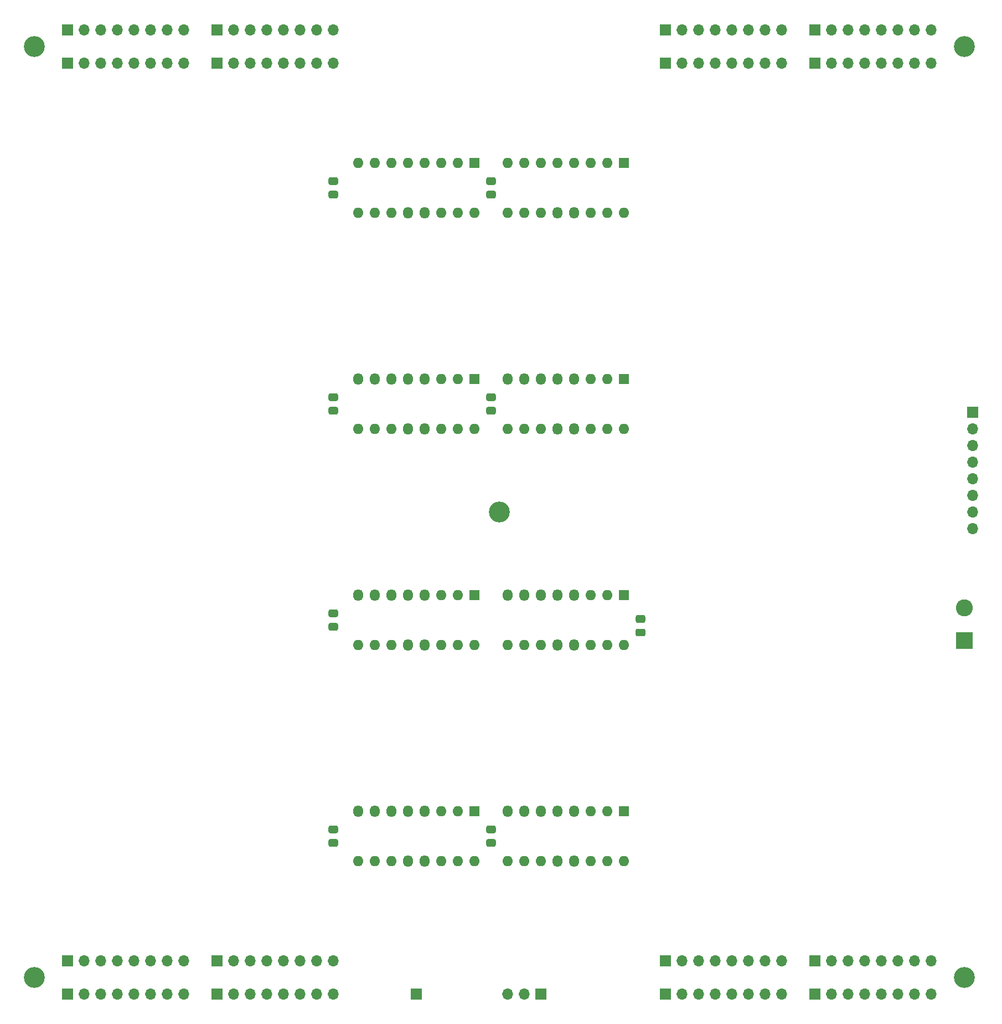
<source format=gbr>
%TF.GenerationSoftware,KiCad,Pcbnew,(5.1.8)-1*%
%TF.CreationDate,2022-05-31T01:24:27+03:00*%
%TF.ProjectId,MUX,4d55582e-6b69-4636-9164-5f7063625858,rev?*%
%TF.SameCoordinates,Original*%
%TF.FileFunction,Soldermask,Top*%
%TF.FilePolarity,Negative*%
%FSLAX46Y46*%
G04 Gerber Fmt 4.6, Leading zero omitted, Abs format (unit mm)*
G04 Created by KiCad (PCBNEW (5.1.8)-1) date 2022-05-31 01:24:27*
%MOMM*%
%LPD*%
G01*
G04 APERTURE LIST*
%ADD10R,1.700000X1.700000*%
%ADD11O,1.700000X1.700000*%
%ADD12R,1.600000X1.600000*%
%ADD13O,1.600000X1.600000*%
%ADD14O,1.500000X1.800000*%
%ADD15R,2.600000X2.600000*%
%ADD16C,2.600000*%
%ADD17C,3.200000*%
G04 APERTURE END LIST*
D10*
%TO.C,J1*%
X39370000Y-35560000D03*
D11*
X41910000Y-35560000D03*
X44450000Y-35560000D03*
X46990000Y-35560000D03*
X49530000Y-35560000D03*
X52070000Y-35560000D03*
X54610000Y-35560000D03*
X57150000Y-35560000D03*
%TD*%
D10*
%TO.C,J2*%
X130810000Y-35560000D03*
D11*
X133350000Y-35560000D03*
X135890000Y-35560000D03*
X138430000Y-35560000D03*
X140970000Y-35560000D03*
X143510000Y-35560000D03*
X146050000Y-35560000D03*
X148590000Y-35560000D03*
%TD*%
%TO.C,J3*%
X57150000Y-177800000D03*
X54610000Y-177800000D03*
X52070000Y-177800000D03*
X49530000Y-177800000D03*
X46990000Y-177800000D03*
X44450000Y-177800000D03*
X41910000Y-177800000D03*
D10*
X39370000Y-177800000D03*
%TD*%
D11*
%TO.C,J4*%
X148590000Y-177800000D03*
X146050000Y-177800000D03*
X143510000Y-177800000D03*
X140970000Y-177800000D03*
X138430000Y-177800000D03*
X135890000Y-177800000D03*
X133350000Y-177800000D03*
D10*
X130810000Y-177800000D03*
%TD*%
%TO.C,J5*%
X62230000Y-30480000D03*
D11*
X64770000Y-30480000D03*
X67310000Y-30480000D03*
X69850000Y-30480000D03*
X72390000Y-30480000D03*
X74930000Y-30480000D03*
X77470000Y-30480000D03*
X80010000Y-30480000D03*
%TD*%
D10*
%TO.C,J6*%
X153670000Y-30480000D03*
D11*
X156210000Y-30480000D03*
X158750000Y-30480000D03*
X161290000Y-30480000D03*
X163830000Y-30480000D03*
X166370000Y-30480000D03*
X168910000Y-30480000D03*
X171450000Y-30480000D03*
%TD*%
%TO.C,J7*%
X80010000Y-177800000D03*
X77470000Y-177800000D03*
X74930000Y-177800000D03*
X72390000Y-177800000D03*
X69850000Y-177800000D03*
X67310000Y-177800000D03*
X64770000Y-177800000D03*
D10*
X62230000Y-177800000D03*
%TD*%
D11*
%TO.C,J8*%
X171450000Y-172720000D03*
X168910000Y-172720000D03*
X166370000Y-172720000D03*
X163830000Y-172720000D03*
X161290000Y-172720000D03*
X158750000Y-172720000D03*
X156210000Y-172720000D03*
D10*
X153670000Y-172720000D03*
%TD*%
D12*
%TO.C,U1*%
X101600000Y-50800000D03*
D13*
X83820000Y-58420000D03*
X99060000Y-50800000D03*
X86360000Y-58420000D03*
X96520000Y-50800000D03*
X88900000Y-58420000D03*
X93980000Y-50800000D03*
D14*
X91440000Y-58420000D03*
D13*
X91440000Y-50800000D03*
D14*
X93980000Y-58420000D03*
D13*
X88900000Y-50800000D03*
X96520000Y-58420000D03*
X86360000Y-50800000D03*
X99060000Y-58420000D03*
X83820000Y-50800000D03*
X101600000Y-58420000D03*
%TD*%
%TO.C,U2*%
X124460000Y-58420000D03*
X106680000Y-50800000D03*
X121920000Y-58420000D03*
X109220000Y-50800000D03*
X119380000Y-58420000D03*
X111760000Y-50800000D03*
D14*
X116840000Y-58420000D03*
D13*
X114300000Y-50800000D03*
D14*
X114300000Y-58420000D03*
D13*
X116840000Y-50800000D03*
X111760000Y-58420000D03*
X119380000Y-50800000D03*
X109220000Y-58420000D03*
X121920000Y-50800000D03*
X106680000Y-58420000D03*
D12*
X124460000Y-50800000D03*
%TD*%
%TO.C,U3*%
X101600000Y-83820000D03*
D13*
X83820000Y-91440000D03*
X99060000Y-83820000D03*
X86360000Y-91440000D03*
X96520000Y-83820000D03*
X88900000Y-91440000D03*
D14*
X93980000Y-83820000D03*
X91440000Y-91440000D03*
X91440000Y-83820000D03*
X93980000Y-91440000D03*
X88900000Y-83820000D03*
D13*
X96520000Y-91440000D03*
D14*
X86360000Y-83820000D03*
D13*
X99060000Y-91440000D03*
D14*
X83820000Y-83820000D03*
D13*
X101600000Y-91440000D03*
%TD*%
%TO.C,U4*%
X124460000Y-91440000D03*
D14*
X106680000Y-83820000D03*
D13*
X121920000Y-91440000D03*
D14*
X109220000Y-83820000D03*
D13*
X119380000Y-91440000D03*
D14*
X111760000Y-83820000D03*
X116840000Y-91440000D03*
X114300000Y-83820000D03*
X114300000Y-91440000D03*
X116840000Y-83820000D03*
D13*
X111760000Y-91440000D03*
X119380000Y-83820000D03*
X109220000Y-91440000D03*
X121920000Y-83820000D03*
X106680000Y-91440000D03*
D12*
X124460000Y-83820000D03*
%TD*%
%TO.C,U5*%
X101600000Y-116840000D03*
D13*
X83820000Y-124460000D03*
X99060000Y-116840000D03*
X86360000Y-124460000D03*
X96520000Y-116840000D03*
X88900000Y-124460000D03*
D14*
X93980000Y-116840000D03*
X91440000Y-124460000D03*
X91440000Y-116840000D03*
X93980000Y-124460000D03*
X88900000Y-116840000D03*
D13*
X96520000Y-124460000D03*
D14*
X86360000Y-116840000D03*
D13*
X99060000Y-124460000D03*
D14*
X83820000Y-116840000D03*
D13*
X101600000Y-124460000D03*
%TD*%
%TO.C,U6*%
X124460000Y-124460000D03*
D14*
X106680000Y-116840000D03*
D13*
X121920000Y-124460000D03*
D14*
X109220000Y-116840000D03*
D13*
X119380000Y-124460000D03*
D14*
X111760000Y-116840000D03*
X116840000Y-124460000D03*
X114300000Y-116840000D03*
X114300000Y-124460000D03*
X116840000Y-116840000D03*
D13*
X111760000Y-124460000D03*
X119380000Y-116840000D03*
X109220000Y-124460000D03*
X121920000Y-116840000D03*
X106680000Y-124460000D03*
D12*
X124460000Y-116840000D03*
%TD*%
%TO.C,U7*%
X101600000Y-149860000D03*
D13*
X83820000Y-157480000D03*
X99060000Y-149860000D03*
X86360000Y-157480000D03*
X96520000Y-149860000D03*
X88900000Y-157480000D03*
D14*
X93980000Y-149860000D03*
X91440000Y-157480000D03*
X91440000Y-149860000D03*
X93980000Y-157480000D03*
X88900000Y-149860000D03*
D13*
X96520000Y-157480000D03*
D14*
X86360000Y-149860000D03*
D13*
X99060000Y-157480000D03*
D14*
X83820000Y-149860000D03*
D13*
X101600000Y-157480000D03*
%TD*%
%TO.C,U8*%
X124460000Y-157480000D03*
D14*
X106680000Y-149860000D03*
D13*
X121920000Y-157480000D03*
D14*
X109220000Y-149860000D03*
D13*
X119380000Y-157480000D03*
D14*
X111760000Y-149860000D03*
X116840000Y-157480000D03*
X114300000Y-149860000D03*
X114300000Y-157480000D03*
X116840000Y-149860000D03*
D13*
X111760000Y-157480000D03*
X119380000Y-149860000D03*
X109220000Y-157480000D03*
X121920000Y-149860000D03*
X106680000Y-157480000D03*
D12*
X124460000Y-149860000D03*
%TD*%
D15*
%TO.C,J9*%
X176530000Y-123825000D03*
D16*
X176530000Y-118825000D03*
%TD*%
D10*
%TO.C,J10*%
X111760000Y-177800000D03*
D11*
X109220000Y-177800000D03*
X106680000Y-177800000D03*
%TD*%
D10*
%TO.C,J11*%
X177800000Y-88900000D03*
D11*
X177800000Y-91440000D03*
X177800000Y-93980000D03*
X177800000Y-96520000D03*
X177800000Y-99060000D03*
X177800000Y-101600000D03*
X177800000Y-104140000D03*
X177800000Y-106680000D03*
%TD*%
%TO.C,C1*%
G36*
G01*
X80485000Y-56235000D02*
X79535000Y-56235000D01*
G75*
G02*
X79285000Y-55985000I0J250000D01*
G01*
X79285000Y-55310000D01*
G75*
G02*
X79535000Y-55060000I250000J0D01*
G01*
X80485000Y-55060000D01*
G75*
G02*
X80735000Y-55310000I0J-250000D01*
G01*
X80735000Y-55985000D01*
G75*
G02*
X80485000Y-56235000I-250000J0D01*
G01*
G37*
G36*
G01*
X80485000Y-54160000D02*
X79535000Y-54160000D01*
G75*
G02*
X79285000Y-53910000I0J250000D01*
G01*
X79285000Y-53235000D01*
G75*
G02*
X79535000Y-52985000I250000J0D01*
G01*
X80485000Y-52985000D01*
G75*
G02*
X80735000Y-53235000I0J-250000D01*
G01*
X80735000Y-53910000D01*
G75*
G02*
X80485000Y-54160000I-250000J0D01*
G01*
G37*
%TD*%
%TO.C,C2*%
G36*
G01*
X80485000Y-87180000D02*
X79535000Y-87180000D01*
G75*
G02*
X79285000Y-86930000I0J250000D01*
G01*
X79285000Y-86255000D01*
G75*
G02*
X79535000Y-86005000I250000J0D01*
G01*
X80485000Y-86005000D01*
G75*
G02*
X80735000Y-86255000I0J-250000D01*
G01*
X80735000Y-86930000D01*
G75*
G02*
X80485000Y-87180000I-250000J0D01*
G01*
G37*
G36*
G01*
X80485000Y-89255000D02*
X79535000Y-89255000D01*
G75*
G02*
X79285000Y-89005000I0J250000D01*
G01*
X79285000Y-88330000D01*
G75*
G02*
X79535000Y-88080000I250000J0D01*
G01*
X80485000Y-88080000D01*
G75*
G02*
X80735000Y-88330000I0J-250000D01*
G01*
X80735000Y-89005000D01*
G75*
G02*
X80485000Y-89255000I-250000J0D01*
G01*
G37*
%TD*%
%TO.C,C3*%
G36*
G01*
X80485000Y-122275000D02*
X79535000Y-122275000D01*
G75*
G02*
X79285000Y-122025000I0J250000D01*
G01*
X79285000Y-121350000D01*
G75*
G02*
X79535000Y-121100000I250000J0D01*
G01*
X80485000Y-121100000D01*
G75*
G02*
X80735000Y-121350000I0J-250000D01*
G01*
X80735000Y-122025000D01*
G75*
G02*
X80485000Y-122275000I-250000J0D01*
G01*
G37*
G36*
G01*
X80485000Y-120200000D02*
X79535000Y-120200000D01*
G75*
G02*
X79285000Y-119950000I0J250000D01*
G01*
X79285000Y-119275000D01*
G75*
G02*
X79535000Y-119025000I250000J0D01*
G01*
X80485000Y-119025000D01*
G75*
G02*
X80735000Y-119275000I0J-250000D01*
G01*
X80735000Y-119950000D01*
G75*
G02*
X80485000Y-120200000I-250000J0D01*
G01*
G37*
%TD*%
%TO.C,C4*%
G36*
G01*
X80485000Y-153220000D02*
X79535000Y-153220000D01*
G75*
G02*
X79285000Y-152970000I0J250000D01*
G01*
X79285000Y-152295000D01*
G75*
G02*
X79535000Y-152045000I250000J0D01*
G01*
X80485000Y-152045000D01*
G75*
G02*
X80735000Y-152295000I0J-250000D01*
G01*
X80735000Y-152970000D01*
G75*
G02*
X80485000Y-153220000I-250000J0D01*
G01*
G37*
G36*
G01*
X80485000Y-155295000D02*
X79535000Y-155295000D01*
G75*
G02*
X79285000Y-155045000I0J250000D01*
G01*
X79285000Y-154370000D01*
G75*
G02*
X79535000Y-154120000I250000J0D01*
G01*
X80485000Y-154120000D01*
G75*
G02*
X80735000Y-154370000I0J-250000D01*
G01*
X80735000Y-155045000D01*
G75*
G02*
X80485000Y-155295000I-250000J0D01*
G01*
G37*
%TD*%
%TO.C,C5*%
G36*
G01*
X104615000Y-56235000D02*
X103665000Y-56235000D01*
G75*
G02*
X103415000Y-55985000I0J250000D01*
G01*
X103415000Y-55310000D01*
G75*
G02*
X103665000Y-55060000I250000J0D01*
G01*
X104615000Y-55060000D01*
G75*
G02*
X104865000Y-55310000I0J-250000D01*
G01*
X104865000Y-55985000D01*
G75*
G02*
X104615000Y-56235000I-250000J0D01*
G01*
G37*
G36*
G01*
X104615000Y-54160000D02*
X103665000Y-54160000D01*
G75*
G02*
X103415000Y-53910000I0J250000D01*
G01*
X103415000Y-53235000D01*
G75*
G02*
X103665000Y-52985000I250000J0D01*
G01*
X104615000Y-52985000D01*
G75*
G02*
X104865000Y-53235000I0J-250000D01*
G01*
X104865000Y-53910000D01*
G75*
G02*
X104615000Y-54160000I-250000J0D01*
G01*
G37*
%TD*%
%TO.C,C6*%
G36*
G01*
X104615000Y-87180000D02*
X103665000Y-87180000D01*
G75*
G02*
X103415000Y-86930000I0J250000D01*
G01*
X103415000Y-86255000D01*
G75*
G02*
X103665000Y-86005000I250000J0D01*
G01*
X104615000Y-86005000D01*
G75*
G02*
X104865000Y-86255000I0J-250000D01*
G01*
X104865000Y-86930000D01*
G75*
G02*
X104615000Y-87180000I-250000J0D01*
G01*
G37*
G36*
G01*
X104615000Y-89255000D02*
X103665000Y-89255000D01*
G75*
G02*
X103415000Y-89005000I0J250000D01*
G01*
X103415000Y-88330000D01*
G75*
G02*
X103665000Y-88080000I250000J0D01*
G01*
X104615000Y-88080000D01*
G75*
G02*
X104865000Y-88330000I0J-250000D01*
G01*
X104865000Y-89005000D01*
G75*
G02*
X104615000Y-89255000I-250000J0D01*
G01*
G37*
%TD*%
%TO.C,C7*%
G36*
G01*
X127475000Y-123142500D02*
X126525000Y-123142500D01*
G75*
G02*
X126275000Y-122892500I0J250000D01*
G01*
X126275000Y-122217500D01*
G75*
G02*
X126525000Y-121967500I250000J0D01*
G01*
X127475000Y-121967500D01*
G75*
G02*
X127725000Y-122217500I0J-250000D01*
G01*
X127725000Y-122892500D01*
G75*
G02*
X127475000Y-123142500I-250000J0D01*
G01*
G37*
G36*
G01*
X127475000Y-121067500D02*
X126525000Y-121067500D01*
G75*
G02*
X126275000Y-120817500I0J250000D01*
G01*
X126275000Y-120142500D01*
G75*
G02*
X126525000Y-119892500I250000J0D01*
G01*
X127475000Y-119892500D01*
G75*
G02*
X127725000Y-120142500I0J-250000D01*
G01*
X127725000Y-120817500D01*
G75*
G02*
X127475000Y-121067500I-250000J0D01*
G01*
G37*
%TD*%
%TO.C,C8*%
G36*
G01*
X104615000Y-153220000D02*
X103665000Y-153220000D01*
G75*
G02*
X103415000Y-152970000I0J250000D01*
G01*
X103415000Y-152295000D01*
G75*
G02*
X103665000Y-152045000I250000J0D01*
G01*
X104615000Y-152045000D01*
G75*
G02*
X104865000Y-152295000I0J-250000D01*
G01*
X104865000Y-152970000D01*
G75*
G02*
X104615000Y-153220000I-250000J0D01*
G01*
G37*
G36*
G01*
X104615000Y-155295000D02*
X103665000Y-155295000D01*
G75*
G02*
X103415000Y-155045000I0J250000D01*
G01*
X103415000Y-154370000D01*
G75*
G02*
X103665000Y-154120000I250000J0D01*
G01*
X104615000Y-154120000D01*
G75*
G02*
X104865000Y-154370000I0J-250000D01*
G01*
X104865000Y-155045000D01*
G75*
G02*
X104615000Y-155295000I-250000J0D01*
G01*
G37*
%TD*%
D17*
%TO.C,H1*%
X34290000Y-33020000D03*
%TD*%
%TO.C,H2*%
X105410000Y-104140000D03*
%TD*%
%TO.C,H3*%
X34290000Y-175260000D03*
%TD*%
%TO.C,H4*%
X176530000Y-33020000D03*
%TD*%
%TO.C,H5*%
X176530000Y-175260000D03*
%TD*%
D10*
%TO.C,J12*%
X39370000Y-30480000D03*
D11*
X41910000Y-30480000D03*
X44450000Y-30480000D03*
X46990000Y-30480000D03*
X49530000Y-30480000D03*
X52070000Y-30480000D03*
X54610000Y-30480000D03*
X57150000Y-30480000D03*
%TD*%
D10*
%TO.C,J13*%
X130810000Y-30480000D03*
D11*
X133350000Y-30480000D03*
X135890000Y-30480000D03*
X138430000Y-30480000D03*
X140970000Y-30480000D03*
X143510000Y-30480000D03*
X146050000Y-30480000D03*
X148590000Y-30480000D03*
%TD*%
%TO.C,J14*%
X57150000Y-172720000D03*
X54610000Y-172720000D03*
X52070000Y-172720000D03*
X49530000Y-172720000D03*
X46990000Y-172720000D03*
X44450000Y-172720000D03*
X41910000Y-172720000D03*
D10*
X39370000Y-172720000D03*
%TD*%
D11*
%TO.C,J15*%
X148590000Y-172720000D03*
X146050000Y-172720000D03*
X143510000Y-172720000D03*
X140970000Y-172720000D03*
X138430000Y-172720000D03*
X135890000Y-172720000D03*
X133350000Y-172720000D03*
D10*
X130810000Y-172720000D03*
%TD*%
%TO.C,J16*%
X62230000Y-35560000D03*
D11*
X64770000Y-35560000D03*
X67310000Y-35560000D03*
X69850000Y-35560000D03*
X72390000Y-35560000D03*
X74930000Y-35560000D03*
X77470000Y-35560000D03*
X80010000Y-35560000D03*
%TD*%
D10*
%TO.C,J17*%
X153670000Y-35560000D03*
D11*
X156210000Y-35560000D03*
X158750000Y-35560000D03*
X161290000Y-35560000D03*
X163830000Y-35560000D03*
X166370000Y-35560000D03*
X168910000Y-35560000D03*
X171450000Y-35560000D03*
%TD*%
%TO.C,J18*%
X80010000Y-172720000D03*
X77470000Y-172720000D03*
X74930000Y-172720000D03*
X72390000Y-172720000D03*
X69850000Y-172720000D03*
X67310000Y-172720000D03*
X64770000Y-172720000D03*
D10*
X62230000Y-172720000D03*
%TD*%
D11*
%TO.C,J19*%
X171450000Y-177800000D03*
X168910000Y-177800000D03*
X166370000Y-177800000D03*
X163830000Y-177800000D03*
X161290000Y-177800000D03*
X158750000Y-177800000D03*
X156210000Y-177800000D03*
D10*
X153670000Y-177800000D03*
%TD*%
%TO.C,J20*%
X92710000Y-177800000D03*
%TD*%
M02*

</source>
